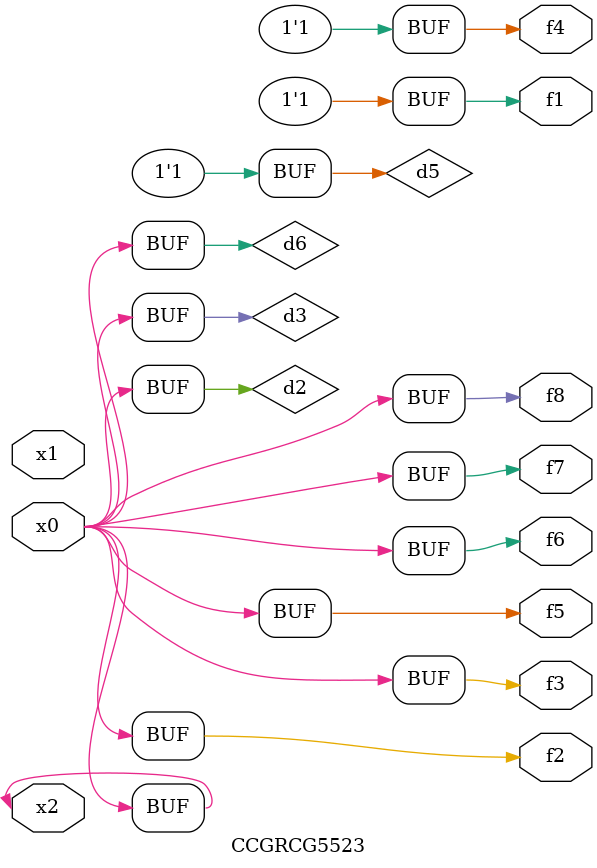
<source format=v>
module CCGRCG5523(
	input x0, x1, x2,
	output f1, f2, f3, f4, f5, f6, f7, f8
);

	wire d1, d2, d3, d4, d5, d6;

	xnor (d1, x2);
	buf (d2, x0, x2);
	and (d3, x0);
	xnor (d4, x1, x2);
	nand (d5, d1, d3);
	buf (d6, d2, d3);
	assign f1 = d5;
	assign f2 = d6;
	assign f3 = d6;
	assign f4 = d5;
	assign f5 = d6;
	assign f6 = d6;
	assign f7 = d6;
	assign f8 = d6;
endmodule

</source>
